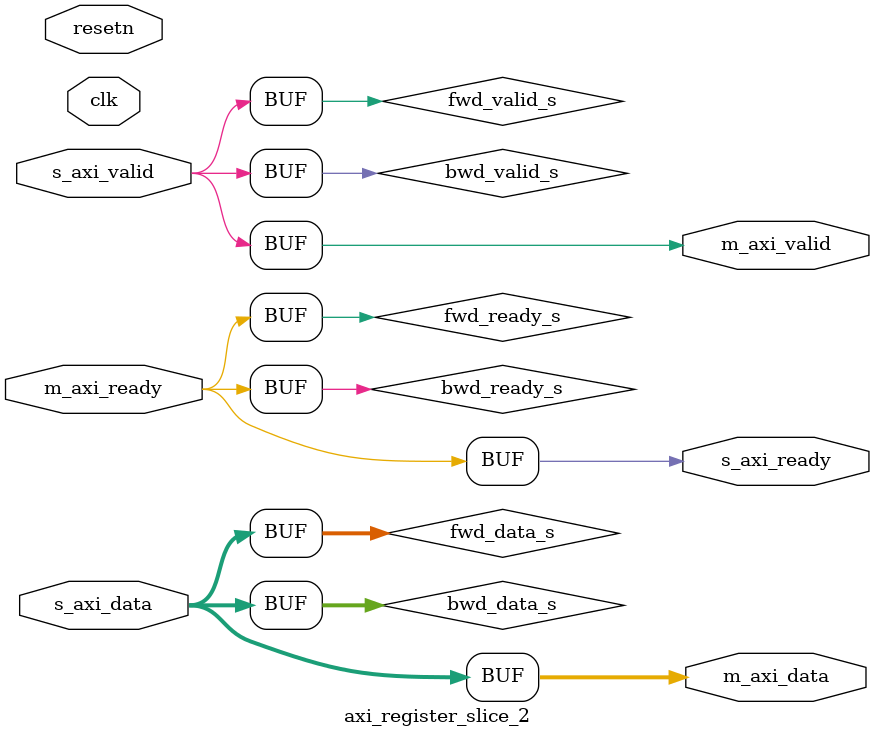
<source format=v>
module axi_register_slice_2 (
	input clk,
	input resetn,
	input s_axi_valid,
	output s_axi_ready,
	input [DATA_WIDTH-1:0] s_axi_data,
	output m_axi_valid,
	input m_axi_ready,
	output [DATA_WIDTH-1:0] m_axi_data
);
parameter DATA_WIDTH = 32;
parameter FORWARD_REGISTERED = 0;
parameter BACKWARD_REGISTERED = 0;
wire [DATA_WIDTH-1:0] bwd_data_s;
wire bwd_valid_s;
wire bwd_ready_s;
wire [DATA_WIDTH-1:0] fwd_data_s;
wire fwd_valid_s;
wire fwd_ready_s;
generate if (FORWARD_REGISTERED == 1) begin
reg fwd_valid = 1'b0;
reg [DATA_WIDTH-1:0] fwd_data = 'h00;
assign fwd_ready_s = ~fwd_valid | m_axi_ready;
assign fwd_valid_s = fwd_valid;
assign fwd_data_s = fwd_data;
always @(posedge clk) begin
	if (~fwd_valid | m_axi_ready)
		fwd_data <= bwd_data_s;
end
always @(posedge clk) begin
	if (resetn == 1'b0) begin
		fwd_valid <= 1'b0;
	end else begin 
		if (bwd_valid_s)
			fwd_valid <= 1'b1;
		else if (m_axi_ready)
			fwd_valid <= 1'b0;
	end
end
end else begin
assign fwd_data_s = bwd_data_s;
assign fwd_valid_s = bwd_valid_s;
assign fwd_ready_s = m_axi_ready;
end
endgenerate
generate if (BACKWARD_REGISTERED == 1) begin
reg bwd_ready = 1'b1;
reg [DATA_WIDTH-1:0] bwd_data = 'h00;
assign bwd_valid_s = ~bwd_ready | s_axi_valid;
assign bwd_data_s = bwd_ready ? s_axi_data : bwd_data;
assign bwd_ready_s = bwd_ready;
always @(posedge clk) begin
	if (bwd_ready)
		bwd_data <= s_axi_data;
end
always @(posedge clk) begin
	if (resetn == 1'b0) begin
		bwd_ready <= 1'b1;
	end else begin
		if (fwd_ready_s)
			bwd_ready <= 1'b1;
		else if (s_axi_valid)
			bwd_ready <= 1'b0;
	end
end
end else begin
assign bwd_valid_s = s_axi_valid;
assign bwd_data_s = s_axi_data;
assign bwd_ready_s = fwd_ready_s;
end endgenerate
assign m_axi_data = fwd_data_s;
assign m_axi_valid = fwd_valid_s;
assign s_axi_ready = bwd_ready_s;
endmodule
</source>
